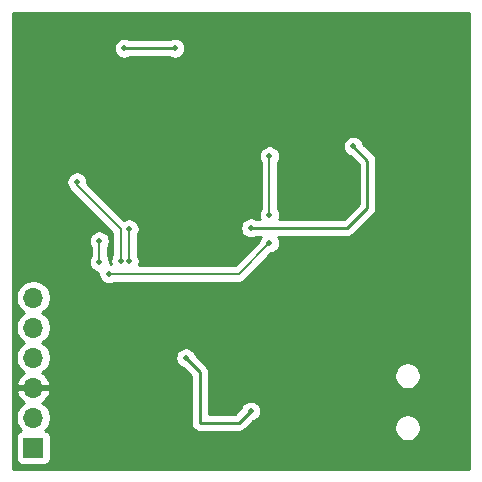
<source format=gbr>
G04 #@! TF.GenerationSoftware,KiCad,Pcbnew,5.1.5-1.fc31*
G04 #@! TF.CreationDate,2020-02-03T08:48:29+01:00*
G04 #@! TF.ProjectId,lab1,6c616231-2e6b-4696-9361-645f70636258,rev?*
G04 #@! TF.SameCoordinates,Original*
G04 #@! TF.FileFunction,Copper,L2,Bot*
G04 #@! TF.FilePolarity,Positive*
%FSLAX46Y46*%
G04 Gerber Fmt 4.6, Leading zero omitted, Abs format (unit mm)*
G04 Created by KiCad (PCBNEW 5.1.5-1.fc31) date 2020-02-03 08:48:29*
%MOMM*%
%LPD*%
G04 APERTURE LIST*
%ADD10R,1.700000X1.700000*%
%ADD11O,1.700000X1.700000*%
%ADD12C,0.500000*%
%ADD13C,0.250000*%
%ADD14C,0.200000*%
%ADD15C,0.254000*%
G04 APERTURE END LIST*
D10*
X100400000Y-91500000D03*
D11*
X100400000Y-88960000D03*
X100400000Y-86420000D03*
X100400000Y-83880000D03*
X100400000Y-81340000D03*
X100400000Y-78800000D03*
D12*
X113300000Y-83900000D03*
X118800000Y-88400000D03*
X118800000Y-72900000D03*
X127500000Y-66000000D03*
X108100000Y-57700000D03*
X112400000Y-57700000D03*
X102800000Y-90200000D03*
X115000000Y-73200000D03*
X120700000Y-64500000D03*
X105100000Y-68900000D03*
X108520000Y-72980000D03*
X108520000Y-75680000D03*
X107800000Y-75700000D03*
X104100000Y-69000000D03*
X106800000Y-76800000D03*
X120400000Y-74200000D03*
X120400000Y-71800000D03*
X120400000Y-66800000D03*
X106000000Y-75800000D03*
X106000000Y-74000000D03*
D13*
X118800000Y-88400000D02*
X117800000Y-89400000D01*
X117800000Y-89400000D02*
X114500000Y-89400000D01*
X114500000Y-85100000D02*
X113300000Y-83900000D01*
X114500000Y-89400000D02*
X114500000Y-85100000D01*
X118800000Y-72900000D02*
X127000000Y-72900000D01*
X127000000Y-72900000D02*
X128700000Y-71200000D01*
X128700000Y-68100000D02*
X128700000Y-67200000D01*
X128700000Y-68100000D02*
X128700000Y-67900000D01*
X128700000Y-71200000D02*
X128700000Y-68100000D01*
X128700000Y-67200000D02*
X127500000Y-66000000D01*
X127500000Y-66000000D02*
X127500000Y-66000000D01*
X108100000Y-57700000D02*
X112400000Y-57700000D01*
X112400000Y-57700000D02*
X112400000Y-57700000D01*
D14*
X108520000Y-72980000D02*
X108520000Y-75680000D01*
X108520000Y-75680000D02*
X108520000Y-75680000D01*
X107800000Y-74000000D02*
X107800000Y-74000000D01*
X107800000Y-74100000D02*
X107800000Y-74000000D01*
X107800000Y-75700000D02*
X107800000Y-74100000D01*
X107800000Y-74100000D02*
X107800000Y-73100000D01*
X107800000Y-73100000D02*
X107800000Y-73000000D01*
X107800000Y-73000000D02*
X104100000Y-69300000D01*
X104100000Y-69300000D02*
X104100000Y-69000000D01*
X104100000Y-69000000D02*
X104100000Y-69000000D01*
X106800000Y-76800000D02*
X117800000Y-76800000D01*
X117800000Y-76800000D02*
X120400000Y-74200000D01*
X120400000Y-74200000D02*
X120400000Y-74200000D01*
X120400000Y-71800000D02*
X120400000Y-71446447D01*
X120400000Y-71446447D02*
X120400000Y-67100000D01*
X120400000Y-67100000D02*
X120400000Y-66800000D01*
X120400000Y-66800000D02*
X120400000Y-66800000D01*
X106000000Y-75800000D02*
X106000000Y-75446447D01*
X106000000Y-75446447D02*
X106000000Y-74000000D01*
X106000000Y-74000000D02*
X106000000Y-74000000D01*
D15*
G36*
X137315001Y-93315000D02*
G01*
X98685000Y-93315000D01*
X98685000Y-90650000D01*
X98911928Y-90650000D01*
X98911928Y-92350000D01*
X98924188Y-92474482D01*
X98960498Y-92594180D01*
X99019463Y-92704494D01*
X99098815Y-92801185D01*
X99195506Y-92880537D01*
X99305820Y-92939502D01*
X99425518Y-92975812D01*
X99550000Y-92988072D01*
X101250000Y-92988072D01*
X101374482Y-92975812D01*
X101494180Y-92939502D01*
X101604494Y-92880537D01*
X101701185Y-92801185D01*
X101780537Y-92704494D01*
X101839502Y-92594180D01*
X101875812Y-92474482D01*
X101888072Y-92350000D01*
X101888072Y-90650000D01*
X101875812Y-90525518D01*
X101839502Y-90405820D01*
X101780537Y-90295506D01*
X101701185Y-90198815D01*
X101604494Y-90119463D01*
X101494180Y-90060498D01*
X101421620Y-90038487D01*
X101553475Y-89906632D01*
X101715990Y-89663411D01*
X101827932Y-89393158D01*
X101885000Y-89106260D01*
X101885000Y-88813740D01*
X101827932Y-88526842D01*
X101715990Y-88256589D01*
X101553475Y-88013368D01*
X101346632Y-87806525D01*
X101164466Y-87684805D01*
X101281355Y-87615178D01*
X101497588Y-87420269D01*
X101671641Y-87186920D01*
X101796825Y-86924099D01*
X101841476Y-86776890D01*
X101720155Y-86547000D01*
X100527000Y-86547000D01*
X100527000Y-86567000D01*
X100273000Y-86567000D01*
X100273000Y-86547000D01*
X99079845Y-86547000D01*
X98958524Y-86776890D01*
X99003175Y-86924099D01*
X99128359Y-87186920D01*
X99302412Y-87420269D01*
X99518645Y-87615178D01*
X99635534Y-87684805D01*
X99453368Y-87806525D01*
X99246525Y-88013368D01*
X99084010Y-88256589D01*
X98972068Y-88526842D01*
X98915000Y-88813740D01*
X98915000Y-89106260D01*
X98972068Y-89393158D01*
X99084010Y-89663411D01*
X99246525Y-89906632D01*
X99378380Y-90038487D01*
X99305820Y-90060498D01*
X99195506Y-90119463D01*
X99098815Y-90198815D01*
X99019463Y-90295506D01*
X98960498Y-90405820D01*
X98924188Y-90525518D01*
X98911928Y-90650000D01*
X98685000Y-90650000D01*
X98685000Y-78653740D01*
X98915000Y-78653740D01*
X98915000Y-78946260D01*
X98972068Y-79233158D01*
X99084010Y-79503411D01*
X99246525Y-79746632D01*
X99453368Y-79953475D01*
X99627760Y-80070000D01*
X99453368Y-80186525D01*
X99246525Y-80393368D01*
X99084010Y-80636589D01*
X98972068Y-80906842D01*
X98915000Y-81193740D01*
X98915000Y-81486260D01*
X98972068Y-81773158D01*
X99084010Y-82043411D01*
X99246525Y-82286632D01*
X99453368Y-82493475D01*
X99627760Y-82610000D01*
X99453368Y-82726525D01*
X99246525Y-82933368D01*
X99084010Y-83176589D01*
X98972068Y-83446842D01*
X98915000Y-83733740D01*
X98915000Y-84026260D01*
X98972068Y-84313158D01*
X99084010Y-84583411D01*
X99246525Y-84826632D01*
X99453368Y-85033475D01*
X99635534Y-85155195D01*
X99518645Y-85224822D01*
X99302412Y-85419731D01*
X99128359Y-85653080D01*
X99003175Y-85915901D01*
X98958524Y-86063110D01*
X99079845Y-86293000D01*
X100273000Y-86293000D01*
X100273000Y-86273000D01*
X100527000Y-86273000D01*
X100527000Y-86293000D01*
X101720155Y-86293000D01*
X101841476Y-86063110D01*
X101796825Y-85915901D01*
X101671641Y-85653080D01*
X101497588Y-85419731D01*
X101281355Y-85224822D01*
X101164466Y-85155195D01*
X101346632Y-85033475D01*
X101553475Y-84826632D01*
X101715990Y-84583411D01*
X101827932Y-84313158D01*
X101885000Y-84026260D01*
X101885000Y-83812835D01*
X112415000Y-83812835D01*
X112415000Y-83987165D01*
X112449010Y-84158145D01*
X112515723Y-84319205D01*
X112612576Y-84464155D01*
X112735845Y-84587424D01*
X112880795Y-84684277D01*
X113041855Y-84750990D01*
X113084714Y-84759515D01*
X113740001Y-85414803D01*
X113740000Y-89362667D01*
X113736323Y-89400000D01*
X113750997Y-89548986D01*
X113794454Y-89692247D01*
X113865026Y-89824276D01*
X113932614Y-89906632D01*
X113959999Y-89940001D01*
X114075724Y-90034974D01*
X114207753Y-90105546D01*
X114351014Y-90149003D01*
X114500000Y-90163677D01*
X114537333Y-90160000D01*
X117762678Y-90160000D01*
X117800000Y-90163676D01*
X117837322Y-90160000D01*
X117837333Y-90160000D01*
X117948986Y-90149003D01*
X118092247Y-90105546D01*
X118224276Y-90034974D01*
X118340001Y-89940001D01*
X118363804Y-89910998D01*
X118556590Y-89718212D01*
X130945000Y-89718212D01*
X130945000Y-89941788D01*
X130988617Y-90161067D01*
X131074176Y-90367624D01*
X131198388Y-90553520D01*
X131356480Y-90711612D01*
X131542376Y-90835824D01*
X131748933Y-90921383D01*
X131968212Y-90965000D01*
X132191788Y-90965000D01*
X132411067Y-90921383D01*
X132617624Y-90835824D01*
X132803520Y-90711612D01*
X132961612Y-90553520D01*
X133085824Y-90367624D01*
X133171383Y-90161067D01*
X133215000Y-89941788D01*
X133215000Y-89718212D01*
X133171383Y-89498933D01*
X133085824Y-89292376D01*
X132961612Y-89106480D01*
X132803520Y-88948388D01*
X132617624Y-88824176D01*
X132411067Y-88738617D01*
X132191788Y-88695000D01*
X131968212Y-88695000D01*
X131748933Y-88738617D01*
X131542376Y-88824176D01*
X131356480Y-88948388D01*
X131198388Y-89106480D01*
X131074176Y-89292376D01*
X130988617Y-89498933D01*
X130945000Y-89718212D01*
X118556590Y-89718212D01*
X119015287Y-89259515D01*
X119058145Y-89250990D01*
X119219205Y-89184277D01*
X119364155Y-89087424D01*
X119487424Y-88964155D01*
X119584277Y-88819205D01*
X119650990Y-88658145D01*
X119685000Y-88487165D01*
X119685000Y-88312835D01*
X119650990Y-88141855D01*
X119584277Y-87980795D01*
X119487424Y-87835845D01*
X119364155Y-87712576D01*
X119219205Y-87615723D01*
X119058145Y-87549010D01*
X118887165Y-87515000D01*
X118712835Y-87515000D01*
X118541855Y-87549010D01*
X118380795Y-87615723D01*
X118235845Y-87712576D01*
X118112576Y-87835845D01*
X118015723Y-87980795D01*
X117949010Y-88141855D01*
X117940485Y-88184713D01*
X117485199Y-88640000D01*
X115260000Y-88640000D01*
X115260000Y-85318212D01*
X130945000Y-85318212D01*
X130945000Y-85541788D01*
X130988617Y-85761067D01*
X131074176Y-85967624D01*
X131198388Y-86153520D01*
X131356480Y-86311612D01*
X131542376Y-86435824D01*
X131748933Y-86521383D01*
X131968212Y-86565000D01*
X132191788Y-86565000D01*
X132411067Y-86521383D01*
X132617624Y-86435824D01*
X132803520Y-86311612D01*
X132961612Y-86153520D01*
X133085824Y-85967624D01*
X133171383Y-85761067D01*
X133215000Y-85541788D01*
X133215000Y-85318212D01*
X133171383Y-85098933D01*
X133085824Y-84892376D01*
X132961612Y-84706480D01*
X132803520Y-84548388D01*
X132617624Y-84424176D01*
X132411067Y-84338617D01*
X132191788Y-84295000D01*
X131968212Y-84295000D01*
X131748933Y-84338617D01*
X131542376Y-84424176D01*
X131356480Y-84548388D01*
X131198388Y-84706480D01*
X131074176Y-84892376D01*
X130988617Y-85098933D01*
X130945000Y-85318212D01*
X115260000Y-85318212D01*
X115260000Y-85137322D01*
X115263676Y-85099999D01*
X115260000Y-85062676D01*
X115260000Y-85062667D01*
X115249003Y-84951014D01*
X115205546Y-84807753D01*
X115134974Y-84675724D01*
X115040001Y-84559999D01*
X115011003Y-84536201D01*
X114159515Y-83684714D01*
X114150990Y-83641855D01*
X114084277Y-83480795D01*
X113987424Y-83335845D01*
X113864155Y-83212576D01*
X113719205Y-83115723D01*
X113558145Y-83049010D01*
X113387165Y-83015000D01*
X113212835Y-83015000D01*
X113041855Y-83049010D01*
X112880795Y-83115723D01*
X112735845Y-83212576D01*
X112612576Y-83335845D01*
X112515723Y-83480795D01*
X112449010Y-83641855D01*
X112415000Y-83812835D01*
X101885000Y-83812835D01*
X101885000Y-83733740D01*
X101827932Y-83446842D01*
X101715990Y-83176589D01*
X101553475Y-82933368D01*
X101346632Y-82726525D01*
X101172240Y-82610000D01*
X101346632Y-82493475D01*
X101553475Y-82286632D01*
X101715990Y-82043411D01*
X101827932Y-81773158D01*
X101885000Y-81486260D01*
X101885000Y-81193740D01*
X101827932Y-80906842D01*
X101715990Y-80636589D01*
X101553475Y-80393368D01*
X101346632Y-80186525D01*
X101172240Y-80070000D01*
X101346632Y-79953475D01*
X101553475Y-79746632D01*
X101715990Y-79503411D01*
X101827932Y-79233158D01*
X101885000Y-78946260D01*
X101885000Y-78653740D01*
X101827932Y-78366842D01*
X101715990Y-78096589D01*
X101553475Y-77853368D01*
X101346632Y-77646525D01*
X101103411Y-77484010D01*
X100833158Y-77372068D01*
X100546260Y-77315000D01*
X100253740Y-77315000D01*
X99966842Y-77372068D01*
X99696589Y-77484010D01*
X99453368Y-77646525D01*
X99246525Y-77853368D01*
X99084010Y-78096589D01*
X98972068Y-78366842D01*
X98915000Y-78653740D01*
X98685000Y-78653740D01*
X98685000Y-68912835D01*
X103215000Y-68912835D01*
X103215000Y-69087165D01*
X103249010Y-69258145D01*
X103315723Y-69419205D01*
X103411627Y-69562735D01*
X103417663Y-69582632D01*
X103485913Y-69710319D01*
X103577762Y-69822237D01*
X103605808Y-69845254D01*
X107065001Y-73304448D01*
X107065000Y-73963893D01*
X107061444Y-74000000D01*
X107065000Y-74036105D01*
X107065000Y-74136104D01*
X107065001Y-74136114D01*
X107065000Y-75207047D01*
X107015723Y-75280795D01*
X106949010Y-75441855D01*
X106915000Y-75612835D01*
X106915000Y-75787165D01*
X106942622Y-75926031D01*
X106887165Y-75915000D01*
X106879463Y-75915000D01*
X106885000Y-75887165D01*
X106885000Y-75712835D01*
X106850990Y-75541855D01*
X106784277Y-75380795D01*
X106735000Y-75307047D01*
X106735000Y-74492953D01*
X106784277Y-74419205D01*
X106850990Y-74258145D01*
X106885000Y-74087165D01*
X106885000Y-73912835D01*
X106850990Y-73741855D01*
X106784277Y-73580795D01*
X106687424Y-73435845D01*
X106564155Y-73312576D01*
X106419205Y-73215723D01*
X106258145Y-73149010D01*
X106087165Y-73115000D01*
X105912835Y-73115000D01*
X105741855Y-73149010D01*
X105580795Y-73215723D01*
X105435845Y-73312576D01*
X105312576Y-73435845D01*
X105215723Y-73580795D01*
X105149010Y-73741855D01*
X105115000Y-73912835D01*
X105115000Y-74087165D01*
X105149010Y-74258145D01*
X105215723Y-74419205D01*
X105265001Y-74492954D01*
X105265000Y-75307047D01*
X105215723Y-75380795D01*
X105149010Y-75541855D01*
X105115000Y-75712835D01*
X105115000Y-75887165D01*
X105149010Y-76058145D01*
X105215723Y-76219205D01*
X105312576Y-76364155D01*
X105435845Y-76487424D01*
X105580795Y-76584277D01*
X105741855Y-76650990D01*
X105912835Y-76685000D01*
X105920537Y-76685000D01*
X105915000Y-76712835D01*
X105915000Y-76887165D01*
X105949010Y-77058145D01*
X106015723Y-77219205D01*
X106112576Y-77364155D01*
X106235845Y-77487424D01*
X106380795Y-77584277D01*
X106541855Y-77650990D01*
X106712835Y-77685000D01*
X106887165Y-77685000D01*
X107058145Y-77650990D01*
X107219205Y-77584277D01*
X107292953Y-77535000D01*
X117763895Y-77535000D01*
X117800000Y-77538556D01*
X117836105Y-77535000D01*
X117944085Y-77524365D01*
X118082633Y-77482337D01*
X118210320Y-77414087D01*
X118322238Y-77322238D01*
X118345259Y-77294188D01*
X120571153Y-75068294D01*
X120658145Y-75050990D01*
X120819205Y-74984277D01*
X120964155Y-74887424D01*
X121087424Y-74764155D01*
X121184277Y-74619205D01*
X121250990Y-74458145D01*
X121285000Y-74287165D01*
X121285000Y-74112835D01*
X121250990Y-73941855D01*
X121184277Y-73780795D01*
X121103564Y-73660000D01*
X126962678Y-73660000D01*
X127000000Y-73663676D01*
X127037322Y-73660000D01*
X127037333Y-73660000D01*
X127148986Y-73649003D01*
X127292247Y-73605546D01*
X127424276Y-73534974D01*
X127540001Y-73440001D01*
X127563804Y-73410997D01*
X129211004Y-71763798D01*
X129240001Y-71740001D01*
X129266332Y-71707917D01*
X129334974Y-71624277D01*
X129405546Y-71492247D01*
X129408487Y-71482551D01*
X129449003Y-71348986D01*
X129460000Y-71237333D01*
X129460000Y-71237324D01*
X129463676Y-71200001D01*
X129460000Y-71162678D01*
X129460000Y-67237322D01*
X129463676Y-67199999D01*
X129460000Y-67162676D01*
X129460000Y-67162667D01*
X129449003Y-67051014D01*
X129405546Y-66907753D01*
X129334974Y-66775724D01*
X129240001Y-66659999D01*
X129211003Y-66636201D01*
X128359515Y-65784714D01*
X128350990Y-65741855D01*
X128284277Y-65580795D01*
X128187424Y-65435845D01*
X128064155Y-65312576D01*
X127919205Y-65215723D01*
X127758145Y-65149010D01*
X127587165Y-65115000D01*
X127412835Y-65115000D01*
X127241855Y-65149010D01*
X127080795Y-65215723D01*
X126935845Y-65312576D01*
X126812576Y-65435845D01*
X126715723Y-65580795D01*
X126649010Y-65741855D01*
X126615000Y-65912835D01*
X126615000Y-66087165D01*
X126649010Y-66258145D01*
X126715723Y-66419205D01*
X126812576Y-66564155D01*
X126935845Y-66687424D01*
X127080795Y-66784277D01*
X127241855Y-66850990D01*
X127284714Y-66859515D01*
X127940000Y-67514802D01*
X127940000Y-68137332D01*
X127940001Y-68137342D01*
X127940000Y-70885198D01*
X126685199Y-72140000D01*
X121217085Y-72140000D01*
X121250990Y-72058145D01*
X121285000Y-71887165D01*
X121285000Y-71712835D01*
X121250990Y-71541855D01*
X121184277Y-71380795D01*
X121135000Y-71307047D01*
X121135000Y-67292953D01*
X121184277Y-67219205D01*
X121250990Y-67058145D01*
X121285000Y-66887165D01*
X121285000Y-66712835D01*
X121250990Y-66541855D01*
X121184277Y-66380795D01*
X121087424Y-66235845D01*
X120964155Y-66112576D01*
X120819205Y-66015723D01*
X120658145Y-65949010D01*
X120487165Y-65915000D01*
X120312835Y-65915000D01*
X120141855Y-65949010D01*
X119980795Y-66015723D01*
X119835845Y-66112576D01*
X119712576Y-66235845D01*
X119615723Y-66380795D01*
X119549010Y-66541855D01*
X119515000Y-66712835D01*
X119515000Y-66887165D01*
X119549010Y-67058145D01*
X119615723Y-67219205D01*
X119665001Y-67292954D01*
X119665000Y-71307047D01*
X119615723Y-71380795D01*
X119549010Y-71541855D01*
X119515000Y-71712835D01*
X119515000Y-71887165D01*
X119549010Y-72058145D01*
X119582915Y-72140000D01*
X119255538Y-72140000D01*
X119219205Y-72115723D01*
X119058145Y-72049010D01*
X118887165Y-72015000D01*
X118712835Y-72015000D01*
X118541855Y-72049010D01*
X118380795Y-72115723D01*
X118235845Y-72212576D01*
X118112576Y-72335845D01*
X118015723Y-72480795D01*
X117949010Y-72641855D01*
X117915000Y-72812835D01*
X117915000Y-72987165D01*
X117949010Y-73158145D01*
X118015723Y-73319205D01*
X118112576Y-73464155D01*
X118235845Y-73587424D01*
X118380795Y-73684277D01*
X118541855Y-73750990D01*
X118712835Y-73785000D01*
X118887165Y-73785000D01*
X119058145Y-73750990D01*
X119219205Y-73684277D01*
X119255538Y-73660000D01*
X119696436Y-73660000D01*
X119615723Y-73780795D01*
X119549010Y-73941855D01*
X119531706Y-74028847D01*
X117495554Y-76065000D01*
X109318445Y-76065000D01*
X109370990Y-75938145D01*
X109405000Y-75767165D01*
X109405000Y-75592835D01*
X109370990Y-75421855D01*
X109304277Y-75260795D01*
X109255000Y-75187047D01*
X109255000Y-73472953D01*
X109304277Y-73399205D01*
X109370990Y-73238145D01*
X109405000Y-73067165D01*
X109405000Y-72892835D01*
X109370990Y-72721855D01*
X109304277Y-72560795D01*
X109207424Y-72415845D01*
X109084155Y-72292576D01*
X108939205Y-72195723D01*
X108778145Y-72129010D01*
X108607165Y-72095000D01*
X108432835Y-72095000D01*
X108261855Y-72129010D01*
X108100795Y-72195723D01*
X108061456Y-72222009D01*
X104975313Y-69135867D01*
X104985000Y-69087165D01*
X104985000Y-68912835D01*
X104950990Y-68741855D01*
X104884277Y-68580795D01*
X104787424Y-68435845D01*
X104664155Y-68312576D01*
X104519205Y-68215723D01*
X104358145Y-68149010D01*
X104187165Y-68115000D01*
X104012835Y-68115000D01*
X103841855Y-68149010D01*
X103680795Y-68215723D01*
X103535845Y-68312576D01*
X103412576Y-68435845D01*
X103315723Y-68580795D01*
X103249010Y-68741855D01*
X103215000Y-68912835D01*
X98685000Y-68912835D01*
X98685000Y-57612835D01*
X107215000Y-57612835D01*
X107215000Y-57787165D01*
X107249010Y-57958145D01*
X107315723Y-58119205D01*
X107412576Y-58264155D01*
X107535845Y-58387424D01*
X107680795Y-58484277D01*
X107841855Y-58550990D01*
X108012835Y-58585000D01*
X108187165Y-58585000D01*
X108358145Y-58550990D01*
X108519205Y-58484277D01*
X108555538Y-58460000D01*
X111944462Y-58460000D01*
X111980795Y-58484277D01*
X112141855Y-58550990D01*
X112312835Y-58585000D01*
X112487165Y-58585000D01*
X112658145Y-58550990D01*
X112819205Y-58484277D01*
X112964155Y-58387424D01*
X113087424Y-58264155D01*
X113184277Y-58119205D01*
X113250990Y-57958145D01*
X113285000Y-57787165D01*
X113285000Y-57612835D01*
X113250990Y-57441855D01*
X113184277Y-57280795D01*
X113087424Y-57135845D01*
X112964155Y-57012576D01*
X112819205Y-56915723D01*
X112658145Y-56849010D01*
X112487165Y-56815000D01*
X112312835Y-56815000D01*
X112141855Y-56849010D01*
X111980795Y-56915723D01*
X111944462Y-56940000D01*
X108555538Y-56940000D01*
X108519205Y-56915723D01*
X108358145Y-56849010D01*
X108187165Y-56815000D01*
X108012835Y-56815000D01*
X107841855Y-56849010D01*
X107680795Y-56915723D01*
X107535845Y-57012576D01*
X107412576Y-57135845D01*
X107315723Y-57280795D01*
X107249010Y-57441855D01*
X107215000Y-57612835D01*
X98685000Y-57612835D01*
X98685000Y-54685000D01*
X137315000Y-54685000D01*
X137315001Y-93315000D01*
G37*
X137315001Y-93315000D02*
X98685000Y-93315000D01*
X98685000Y-90650000D01*
X98911928Y-90650000D01*
X98911928Y-92350000D01*
X98924188Y-92474482D01*
X98960498Y-92594180D01*
X99019463Y-92704494D01*
X99098815Y-92801185D01*
X99195506Y-92880537D01*
X99305820Y-92939502D01*
X99425518Y-92975812D01*
X99550000Y-92988072D01*
X101250000Y-92988072D01*
X101374482Y-92975812D01*
X101494180Y-92939502D01*
X101604494Y-92880537D01*
X101701185Y-92801185D01*
X101780537Y-92704494D01*
X101839502Y-92594180D01*
X101875812Y-92474482D01*
X101888072Y-92350000D01*
X101888072Y-90650000D01*
X101875812Y-90525518D01*
X101839502Y-90405820D01*
X101780537Y-90295506D01*
X101701185Y-90198815D01*
X101604494Y-90119463D01*
X101494180Y-90060498D01*
X101421620Y-90038487D01*
X101553475Y-89906632D01*
X101715990Y-89663411D01*
X101827932Y-89393158D01*
X101885000Y-89106260D01*
X101885000Y-88813740D01*
X101827932Y-88526842D01*
X101715990Y-88256589D01*
X101553475Y-88013368D01*
X101346632Y-87806525D01*
X101164466Y-87684805D01*
X101281355Y-87615178D01*
X101497588Y-87420269D01*
X101671641Y-87186920D01*
X101796825Y-86924099D01*
X101841476Y-86776890D01*
X101720155Y-86547000D01*
X100527000Y-86547000D01*
X100527000Y-86567000D01*
X100273000Y-86567000D01*
X100273000Y-86547000D01*
X99079845Y-86547000D01*
X98958524Y-86776890D01*
X99003175Y-86924099D01*
X99128359Y-87186920D01*
X99302412Y-87420269D01*
X99518645Y-87615178D01*
X99635534Y-87684805D01*
X99453368Y-87806525D01*
X99246525Y-88013368D01*
X99084010Y-88256589D01*
X98972068Y-88526842D01*
X98915000Y-88813740D01*
X98915000Y-89106260D01*
X98972068Y-89393158D01*
X99084010Y-89663411D01*
X99246525Y-89906632D01*
X99378380Y-90038487D01*
X99305820Y-90060498D01*
X99195506Y-90119463D01*
X99098815Y-90198815D01*
X99019463Y-90295506D01*
X98960498Y-90405820D01*
X98924188Y-90525518D01*
X98911928Y-90650000D01*
X98685000Y-90650000D01*
X98685000Y-78653740D01*
X98915000Y-78653740D01*
X98915000Y-78946260D01*
X98972068Y-79233158D01*
X99084010Y-79503411D01*
X99246525Y-79746632D01*
X99453368Y-79953475D01*
X99627760Y-80070000D01*
X99453368Y-80186525D01*
X99246525Y-80393368D01*
X99084010Y-80636589D01*
X98972068Y-80906842D01*
X98915000Y-81193740D01*
X98915000Y-81486260D01*
X98972068Y-81773158D01*
X99084010Y-82043411D01*
X99246525Y-82286632D01*
X99453368Y-82493475D01*
X99627760Y-82610000D01*
X99453368Y-82726525D01*
X99246525Y-82933368D01*
X99084010Y-83176589D01*
X98972068Y-83446842D01*
X98915000Y-83733740D01*
X98915000Y-84026260D01*
X98972068Y-84313158D01*
X99084010Y-84583411D01*
X99246525Y-84826632D01*
X99453368Y-85033475D01*
X99635534Y-85155195D01*
X99518645Y-85224822D01*
X99302412Y-85419731D01*
X99128359Y-85653080D01*
X99003175Y-85915901D01*
X98958524Y-86063110D01*
X99079845Y-86293000D01*
X100273000Y-86293000D01*
X100273000Y-86273000D01*
X100527000Y-86273000D01*
X100527000Y-86293000D01*
X101720155Y-86293000D01*
X101841476Y-86063110D01*
X101796825Y-85915901D01*
X101671641Y-85653080D01*
X101497588Y-85419731D01*
X101281355Y-85224822D01*
X101164466Y-85155195D01*
X101346632Y-85033475D01*
X101553475Y-84826632D01*
X101715990Y-84583411D01*
X101827932Y-84313158D01*
X101885000Y-84026260D01*
X101885000Y-83812835D01*
X112415000Y-83812835D01*
X112415000Y-83987165D01*
X112449010Y-84158145D01*
X112515723Y-84319205D01*
X112612576Y-84464155D01*
X112735845Y-84587424D01*
X112880795Y-84684277D01*
X113041855Y-84750990D01*
X113084714Y-84759515D01*
X113740001Y-85414803D01*
X113740000Y-89362667D01*
X113736323Y-89400000D01*
X113750997Y-89548986D01*
X113794454Y-89692247D01*
X113865026Y-89824276D01*
X113932614Y-89906632D01*
X113959999Y-89940001D01*
X114075724Y-90034974D01*
X114207753Y-90105546D01*
X114351014Y-90149003D01*
X114500000Y-90163677D01*
X114537333Y-90160000D01*
X117762678Y-90160000D01*
X117800000Y-90163676D01*
X117837322Y-90160000D01*
X117837333Y-90160000D01*
X117948986Y-90149003D01*
X118092247Y-90105546D01*
X118224276Y-90034974D01*
X118340001Y-89940001D01*
X118363804Y-89910998D01*
X118556590Y-89718212D01*
X130945000Y-89718212D01*
X130945000Y-89941788D01*
X130988617Y-90161067D01*
X131074176Y-90367624D01*
X131198388Y-90553520D01*
X131356480Y-90711612D01*
X131542376Y-90835824D01*
X131748933Y-90921383D01*
X131968212Y-90965000D01*
X132191788Y-90965000D01*
X132411067Y-90921383D01*
X132617624Y-90835824D01*
X132803520Y-90711612D01*
X132961612Y-90553520D01*
X133085824Y-90367624D01*
X133171383Y-90161067D01*
X133215000Y-89941788D01*
X133215000Y-89718212D01*
X133171383Y-89498933D01*
X133085824Y-89292376D01*
X132961612Y-89106480D01*
X132803520Y-88948388D01*
X132617624Y-88824176D01*
X132411067Y-88738617D01*
X132191788Y-88695000D01*
X131968212Y-88695000D01*
X131748933Y-88738617D01*
X131542376Y-88824176D01*
X131356480Y-88948388D01*
X131198388Y-89106480D01*
X131074176Y-89292376D01*
X130988617Y-89498933D01*
X130945000Y-89718212D01*
X118556590Y-89718212D01*
X119015287Y-89259515D01*
X119058145Y-89250990D01*
X119219205Y-89184277D01*
X119364155Y-89087424D01*
X119487424Y-88964155D01*
X119584277Y-88819205D01*
X119650990Y-88658145D01*
X119685000Y-88487165D01*
X119685000Y-88312835D01*
X119650990Y-88141855D01*
X119584277Y-87980795D01*
X119487424Y-87835845D01*
X119364155Y-87712576D01*
X119219205Y-87615723D01*
X119058145Y-87549010D01*
X118887165Y-87515000D01*
X118712835Y-87515000D01*
X118541855Y-87549010D01*
X118380795Y-87615723D01*
X118235845Y-87712576D01*
X118112576Y-87835845D01*
X118015723Y-87980795D01*
X117949010Y-88141855D01*
X117940485Y-88184713D01*
X117485199Y-88640000D01*
X115260000Y-88640000D01*
X115260000Y-85318212D01*
X130945000Y-85318212D01*
X130945000Y-85541788D01*
X130988617Y-85761067D01*
X131074176Y-85967624D01*
X131198388Y-86153520D01*
X131356480Y-86311612D01*
X131542376Y-86435824D01*
X131748933Y-86521383D01*
X131968212Y-86565000D01*
X132191788Y-86565000D01*
X132411067Y-86521383D01*
X132617624Y-86435824D01*
X132803520Y-86311612D01*
X132961612Y-86153520D01*
X133085824Y-85967624D01*
X133171383Y-85761067D01*
X133215000Y-85541788D01*
X133215000Y-85318212D01*
X133171383Y-85098933D01*
X133085824Y-84892376D01*
X132961612Y-84706480D01*
X132803520Y-84548388D01*
X132617624Y-84424176D01*
X132411067Y-84338617D01*
X132191788Y-84295000D01*
X131968212Y-84295000D01*
X131748933Y-84338617D01*
X131542376Y-84424176D01*
X131356480Y-84548388D01*
X131198388Y-84706480D01*
X131074176Y-84892376D01*
X130988617Y-85098933D01*
X130945000Y-85318212D01*
X115260000Y-85318212D01*
X115260000Y-85137322D01*
X115263676Y-85099999D01*
X115260000Y-85062676D01*
X115260000Y-85062667D01*
X115249003Y-84951014D01*
X115205546Y-84807753D01*
X115134974Y-84675724D01*
X115040001Y-84559999D01*
X115011003Y-84536201D01*
X114159515Y-83684714D01*
X114150990Y-83641855D01*
X114084277Y-83480795D01*
X113987424Y-83335845D01*
X113864155Y-83212576D01*
X113719205Y-83115723D01*
X113558145Y-83049010D01*
X113387165Y-83015000D01*
X113212835Y-83015000D01*
X113041855Y-83049010D01*
X112880795Y-83115723D01*
X112735845Y-83212576D01*
X112612576Y-83335845D01*
X112515723Y-83480795D01*
X112449010Y-83641855D01*
X112415000Y-83812835D01*
X101885000Y-83812835D01*
X101885000Y-83733740D01*
X101827932Y-83446842D01*
X101715990Y-83176589D01*
X101553475Y-82933368D01*
X101346632Y-82726525D01*
X101172240Y-82610000D01*
X101346632Y-82493475D01*
X101553475Y-82286632D01*
X101715990Y-82043411D01*
X101827932Y-81773158D01*
X101885000Y-81486260D01*
X101885000Y-81193740D01*
X101827932Y-80906842D01*
X101715990Y-80636589D01*
X101553475Y-80393368D01*
X101346632Y-80186525D01*
X101172240Y-80070000D01*
X101346632Y-79953475D01*
X101553475Y-79746632D01*
X101715990Y-79503411D01*
X101827932Y-79233158D01*
X101885000Y-78946260D01*
X101885000Y-78653740D01*
X101827932Y-78366842D01*
X101715990Y-78096589D01*
X101553475Y-77853368D01*
X101346632Y-77646525D01*
X101103411Y-77484010D01*
X100833158Y-77372068D01*
X100546260Y-77315000D01*
X100253740Y-77315000D01*
X99966842Y-77372068D01*
X99696589Y-77484010D01*
X99453368Y-77646525D01*
X99246525Y-77853368D01*
X99084010Y-78096589D01*
X98972068Y-78366842D01*
X98915000Y-78653740D01*
X98685000Y-78653740D01*
X98685000Y-68912835D01*
X103215000Y-68912835D01*
X103215000Y-69087165D01*
X103249010Y-69258145D01*
X103315723Y-69419205D01*
X103411627Y-69562735D01*
X103417663Y-69582632D01*
X103485913Y-69710319D01*
X103577762Y-69822237D01*
X103605808Y-69845254D01*
X107065001Y-73304448D01*
X107065000Y-73963893D01*
X107061444Y-74000000D01*
X107065000Y-74036105D01*
X107065000Y-74136104D01*
X107065001Y-74136114D01*
X107065000Y-75207047D01*
X107015723Y-75280795D01*
X106949010Y-75441855D01*
X106915000Y-75612835D01*
X106915000Y-75787165D01*
X106942622Y-75926031D01*
X106887165Y-75915000D01*
X106879463Y-75915000D01*
X106885000Y-75887165D01*
X106885000Y-75712835D01*
X106850990Y-75541855D01*
X106784277Y-75380795D01*
X106735000Y-75307047D01*
X106735000Y-74492953D01*
X106784277Y-74419205D01*
X106850990Y-74258145D01*
X106885000Y-74087165D01*
X106885000Y-73912835D01*
X106850990Y-73741855D01*
X106784277Y-73580795D01*
X106687424Y-73435845D01*
X106564155Y-73312576D01*
X106419205Y-73215723D01*
X106258145Y-73149010D01*
X106087165Y-73115000D01*
X105912835Y-73115000D01*
X105741855Y-73149010D01*
X105580795Y-73215723D01*
X105435845Y-73312576D01*
X105312576Y-73435845D01*
X105215723Y-73580795D01*
X105149010Y-73741855D01*
X105115000Y-73912835D01*
X105115000Y-74087165D01*
X105149010Y-74258145D01*
X105215723Y-74419205D01*
X105265001Y-74492954D01*
X105265000Y-75307047D01*
X105215723Y-75380795D01*
X105149010Y-75541855D01*
X105115000Y-75712835D01*
X105115000Y-75887165D01*
X105149010Y-76058145D01*
X105215723Y-76219205D01*
X105312576Y-76364155D01*
X105435845Y-76487424D01*
X105580795Y-76584277D01*
X105741855Y-76650990D01*
X105912835Y-76685000D01*
X105920537Y-76685000D01*
X105915000Y-76712835D01*
X105915000Y-76887165D01*
X105949010Y-77058145D01*
X106015723Y-77219205D01*
X106112576Y-77364155D01*
X106235845Y-77487424D01*
X106380795Y-77584277D01*
X106541855Y-77650990D01*
X106712835Y-77685000D01*
X106887165Y-77685000D01*
X107058145Y-77650990D01*
X107219205Y-77584277D01*
X107292953Y-77535000D01*
X117763895Y-77535000D01*
X117800000Y-77538556D01*
X117836105Y-77535000D01*
X117944085Y-77524365D01*
X118082633Y-77482337D01*
X118210320Y-77414087D01*
X118322238Y-77322238D01*
X118345259Y-77294188D01*
X120571153Y-75068294D01*
X120658145Y-75050990D01*
X120819205Y-74984277D01*
X120964155Y-74887424D01*
X121087424Y-74764155D01*
X121184277Y-74619205D01*
X121250990Y-74458145D01*
X121285000Y-74287165D01*
X121285000Y-74112835D01*
X121250990Y-73941855D01*
X121184277Y-73780795D01*
X121103564Y-73660000D01*
X126962678Y-73660000D01*
X127000000Y-73663676D01*
X127037322Y-73660000D01*
X127037333Y-73660000D01*
X127148986Y-73649003D01*
X127292247Y-73605546D01*
X127424276Y-73534974D01*
X127540001Y-73440001D01*
X127563804Y-73410997D01*
X129211004Y-71763798D01*
X129240001Y-71740001D01*
X129266332Y-71707917D01*
X129334974Y-71624277D01*
X129405546Y-71492247D01*
X129408487Y-71482551D01*
X129449003Y-71348986D01*
X129460000Y-71237333D01*
X129460000Y-71237324D01*
X129463676Y-71200001D01*
X129460000Y-71162678D01*
X129460000Y-67237322D01*
X129463676Y-67199999D01*
X129460000Y-67162676D01*
X129460000Y-67162667D01*
X129449003Y-67051014D01*
X129405546Y-66907753D01*
X129334974Y-66775724D01*
X129240001Y-66659999D01*
X129211003Y-66636201D01*
X128359515Y-65784714D01*
X128350990Y-65741855D01*
X128284277Y-65580795D01*
X128187424Y-65435845D01*
X128064155Y-65312576D01*
X127919205Y-65215723D01*
X127758145Y-65149010D01*
X127587165Y-65115000D01*
X127412835Y-65115000D01*
X127241855Y-65149010D01*
X127080795Y-65215723D01*
X126935845Y-65312576D01*
X126812576Y-65435845D01*
X126715723Y-65580795D01*
X126649010Y-65741855D01*
X126615000Y-65912835D01*
X126615000Y-66087165D01*
X126649010Y-66258145D01*
X126715723Y-66419205D01*
X126812576Y-66564155D01*
X126935845Y-66687424D01*
X127080795Y-66784277D01*
X127241855Y-66850990D01*
X127284714Y-66859515D01*
X127940000Y-67514802D01*
X127940000Y-68137332D01*
X127940001Y-68137342D01*
X127940000Y-70885198D01*
X126685199Y-72140000D01*
X121217085Y-72140000D01*
X121250990Y-72058145D01*
X121285000Y-71887165D01*
X121285000Y-71712835D01*
X121250990Y-71541855D01*
X121184277Y-71380795D01*
X121135000Y-71307047D01*
X121135000Y-67292953D01*
X121184277Y-67219205D01*
X121250990Y-67058145D01*
X121285000Y-66887165D01*
X121285000Y-66712835D01*
X121250990Y-66541855D01*
X121184277Y-66380795D01*
X121087424Y-66235845D01*
X120964155Y-66112576D01*
X120819205Y-66015723D01*
X120658145Y-65949010D01*
X120487165Y-65915000D01*
X120312835Y-65915000D01*
X120141855Y-65949010D01*
X119980795Y-66015723D01*
X119835845Y-66112576D01*
X119712576Y-66235845D01*
X119615723Y-66380795D01*
X119549010Y-66541855D01*
X119515000Y-66712835D01*
X119515000Y-66887165D01*
X119549010Y-67058145D01*
X119615723Y-67219205D01*
X119665001Y-67292954D01*
X119665000Y-71307047D01*
X119615723Y-71380795D01*
X119549010Y-71541855D01*
X119515000Y-71712835D01*
X119515000Y-71887165D01*
X119549010Y-72058145D01*
X119582915Y-72140000D01*
X119255538Y-72140000D01*
X119219205Y-72115723D01*
X119058145Y-72049010D01*
X118887165Y-72015000D01*
X118712835Y-72015000D01*
X118541855Y-72049010D01*
X118380795Y-72115723D01*
X118235845Y-72212576D01*
X118112576Y-72335845D01*
X118015723Y-72480795D01*
X117949010Y-72641855D01*
X117915000Y-72812835D01*
X117915000Y-72987165D01*
X117949010Y-73158145D01*
X118015723Y-73319205D01*
X118112576Y-73464155D01*
X118235845Y-73587424D01*
X118380795Y-73684277D01*
X118541855Y-73750990D01*
X118712835Y-73785000D01*
X118887165Y-73785000D01*
X119058145Y-73750990D01*
X119219205Y-73684277D01*
X119255538Y-73660000D01*
X119696436Y-73660000D01*
X119615723Y-73780795D01*
X119549010Y-73941855D01*
X119531706Y-74028847D01*
X117495554Y-76065000D01*
X109318445Y-76065000D01*
X109370990Y-75938145D01*
X109405000Y-75767165D01*
X109405000Y-75592835D01*
X109370990Y-75421855D01*
X109304277Y-75260795D01*
X109255000Y-75187047D01*
X109255000Y-73472953D01*
X109304277Y-73399205D01*
X109370990Y-73238145D01*
X109405000Y-73067165D01*
X109405000Y-72892835D01*
X109370990Y-72721855D01*
X109304277Y-72560795D01*
X109207424Y-72415845D01*
X109084155Y-72292576D01*
X108939205Y-72195723D01*
X108778145Y-72129010D01*
X108607165Y-72095000D01*
X108432835Y-72095000D01*
X108261855Y-72129010D01*
X108100795Y-72195723D01*
X108061456Y-72222009D01*
X104975313Y-69135867D01*
X104985000Y-69087165D01*
X104985000Y-68912835D01*
X104950990Y-68741855D01*
X104884277Y-68580795D01*
X104787424Y-68435845D01*
X104664155Y-68312576D01*
X104519205Y-68215723D01*
X104358145Y-68149010D01*
X104187165Y-68115000D01*
X104012835Y-68115000D01*
X103841855Y-68149010D01*
X103680795Y-68215723D01*
X103535845Y-68312576D01*
X103412576Y-68435845D01*
X103315723Y-68580795D01*
X103249010Y-68741855D01*
X103215000Y-68912835D01*
X98685000Y-68912835D01*
X98685000Y-57612835D01*
X107215000Y-57612835D01*
X107215000Y-57787165D01*
X107249010Y-57958145D01*
X107315723Y-58119205D01*
X107412576Y-58264155D01*
X107535845Y-58387424D01*
X107680795Y-58484277D01*
X107841855Y-58550990D01*
X108012835Y-58585000D01*
X108187165Y-58585000D01*
X108358145Y-58550990D01*
X108519205Y-58484277D01*
X108555538Y-58460000D01*
X111944462Y-58460000D01*
X111980795Y-58484277D01*
X112141855Y-58550990D01*
X112312835Y-58585000D01*
X112487165Y-58585000D01*
X112658145Y-58550990D01*
X112819205Y-58484277D01*
X112964155Y-58387424D01*
X113087424Y-58264155D01*
X113184277Y-58119205D01*
X113250990Y-57958145D01*
X113285000Y-57787165D01*
X113285000Y-57612835D01*
X113250990Y-57441855D01*
X113184277Y-57280795D01*
X113087424Y-57135845D01*
X112964155Y-57012576D01*
X112819205Y-56915723D01*
X112658145Y-56849010D01*
X112487165Y-56815000D01*
X112312835Y-56815000D01*
X112141855Y-56849010D01*
X111980795Y-56915723D01*
X111944462Y-56940000D01*
X108555538Y-56940000D01*
X108519205Y-56915723D01*
X108358145Y-56849010D01*
X108187165Y-56815000D01*
X108012835Y-56815000D01*
X107841855Y-56849010D01*
X107680795Y-56915723D01*
X107535845Y-57012576D01*
X107412576Y-57135845D01*
X107315723Y-57280795D01*
X107249010Y-57441855D01*
X107215000Y-57612835D01*
X98685000Y-57612835D01*
X98685000Y-54685000D01*
X137315000Y-54685000D01*
X137315001Y-93315000D01*
M02*

</source>
